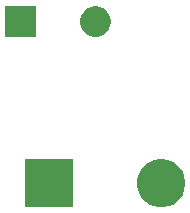
<source format=gbr>
G04 #@! TF.GenerationSoftware,KiCad,Pcbnew,(5.1.5)-3*
G04 #@! TF.CreationDate,2020-04-27T22:16:57-04:00*
G04 #@! TF.ProjectId,PWR_ADAPTER,5057525f-4144-4415-9054-45522e6b6963,rev?*
G04 #@! TF.SameCoordinates,Original*
G04 #@! TF.FileFunction,Soldermask,Bot*
G04 #@! TF.FilePolarity,Negative*
%FSLAX46Y46*%
G04 Gerber Fmt 4.6, Leading zero omitted, Abs format (unit mm)*
G04 Created by KiCad (PCBNEW (5.1.5)-3) date 2020-04-27 22:16:57*
%MOMM*%
%LPD*%
G04 APERTURE LIST*
%ADD10C,0.100000*%
G04 APERTURE END LIST*
D10*
G36*
X145598254Y-125227818D02*
G01*
X145971511Y-125382426D01*
X145971513Y-125382427D01*
X146307436Y-125606884D01*
X146593116Y-125892564D01*
X146817574Y-126228489D01*
X146972182Y-126601746D01*
X147051000Y-126997993D01*
X147051000Y-127402007D01*
X146972182Y-127798254D01*
X146817574Y-128171511D01*
X146817573Y-128171513D01*
X146593116Y-128507436D01*
X146307436Y-128793116D01*
X145971513Y-129017573D01*
X145971512Y-129017574D01*
X145971511Y-129017574D01*
X145598254Y-129172182D01*
X145202007Y-129251000D01*
X144797993Y-129251000D01*
X144401746Y-129172182D01*
X144028489Y-129017574D01*
X144028488Y-129017574D01*
X144028487Y-129017573D01*
X143692564Y-128793116D01*
X143406884Y-128507436D01*
X143182427Y-128171513D01*
X143182426Y-128171511D01*
X143027818Y-127798254D01*
X142949000Y-127402007D01*
X142949000Y-126997993D01*
X143027818Y-126601746D01*
X143182426Y-126228489D01*
X143406884Y-125892564D01*
X143692564Y-125606884D01*
X144028487Y-125382427D01*
X144028489Y-125382426D01*
X144401746Y-125227818D01*
X144797993Y-125149000D01*
X145202007Y-125149000D01*
X145598254Y-125227818D01*
G37*
G36*
X137551000Y-129251000D02*
G01*
X133449000Y-129251000D01*
X133449000Y-125149000D01*
X137551000Y-125149000D01*
X137551000Y-129251000D01*
G37*
G36*
X139829487Y-112248996D02*
G01*
X140066253Y-112347068D01*
X140066255Y-112347069D01*
X140279339Y-112489447D01*
X140460553Y-112670661D01*
X140602932Y-112883747D01*
X140701004Y-113120513D01*
X140751000Y-113371861D01*
X140751000Y-113628139D01*
X140701004Y-113879487D01*
X140602932Y-114116253D01*
X140602931Y-114116255D01*
X140460553Y-114329339D01*
X140279339Y-114510553D01*
X140066255Y-114652931D01*
X140066254Y-114652932D01*
X140066253Y-114652932D01*
X139829487Y-114751004D01*
X139578139Y-114801000D01*
X139321861Y-114801000D01*
X139070513Y-114751004D01*
X138833747Y-114652932D01*
X138833746Y-114652932D01*
X138833745Y-114652931D01*
X138620661Y-114510553D01*
X138439447Y-114329339D01*
X138297069Y-114116255D01*
X138297068Y-114116253D01*
X138198996Y-113879487D01*
X138149000Y-113628139D01*
X138149000Y-113371861D01*
X138198996Y-113120513D01*
X138297068Y-112883747D01*
X138439447Y-112670661D01*
X138620661Y-112489447D01*
X138833745Y-112347069D01*
X138833747Y-112347068D01*
X139070513Y-112248996D01*
X139321861Y-112199000D01*
X139578139Y-112199000D01*
X139829487Y-112248996D01*
G37*
G36*
X134401000Y-114801000D02*
G01*
X131799000Y-114801000D01*
X131799000Y-112199000D01*
X134401000Y-112199000D01*
X134401000Y-114801000D01*
G37*
M02*

</source>
